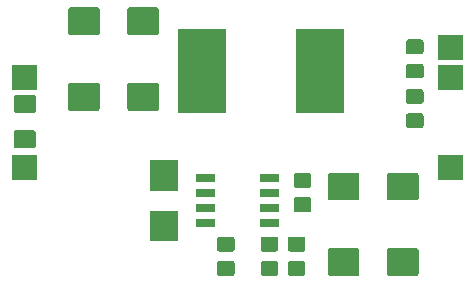
<source format=gbr>
G04 #@! TF.GenerationSoftware,KiCad,Pcbnew,5.0.2-bee76a0~70~ubuntu18.04.1*
G04 #@! TF.CreationDate,2019-06-05T16:51:15+03:00*
G04 #@! TF.ProjectId,mini_DCDC,6d696e69-5f44-4434-9443-2e6b69636164,rev?*
G04 #@! TF.SameCoordinates,Original*
G04 #@! TF.FileFunction,Soldermask,Top*
G04 #@! TF.FilePolarity,Negative*
%FSLAX46Y46*%
G04 Gerber Fmt 4.6, Leading zero omitted, Abs format (unit mm)*
G04 Created by KiCad (PCBNEW 5.0.2-bee76a0~70~ubuntu18.04.1) date Ср 05 июн 2019 16:51:15*
%MOMM*%
%LPD*%
G01*
G04 APERTURE LIST*
%ADD10C,0.200000*%
G04 APERTURE END LIST*
D10*
G36*
X85193786Y-96027746D02*
X85224461Y-96037051D01*
X85252732Y-96052163D01*
X85277506Y-96072494D01*
X85297837Y-96097268D01*
X85312949Y-96125539D01*
X85322254Y-96156214D01*
X85326000Y-96194250D01*
X85326000Y-98205750D01*
X85322254Y-98243786D01*
X85312949Y-98274461D01*
X85297837Y-98302732D01*
X85277506Y-98327506D01*
X85252732Y-98347837D01*
X85224461Y-98362949D01*
X85193786Y-98372254D01*
X85155750Y-98376000D01*
X82844250Y-98376000D01*
X82806214Y-98372254D01*
X82775539Y-98362949D01*
X82747268Y-98347837D01*
X82722494Y-98327506D01*
X82702163Y-98302732D01*
X82687051Y-98274461D01*
X82677746Y-98243786D01*
X82674000Y-98205750D01*
X82674000Y-96194250D01*
X82677746Y-96156214D01*
X82687051Y-96125539D01*
X82702163Y-96097268D01*
X82722494Y-96072494D01*
X82747268Y-96052163D01*
X82775539Y-96037051D01*
X82806214Y-96027746D01*
X82844250Y-96024000D01*
X85155750Y-96024000D01*
X85193786Y-96027746D01*
X85193786Y-96027746D01*
G37*
G36*
X80193786Y-96027746D02*
X80224461Y-96037051D01*
X80252732Y-96052163D01*
X80277506Y-96072494D01*
X80297837Y-96097268D01*
X80312949Y-96125539D01*
X80322254Y-96156214D01*
X80326000Y-96194250D01*
X80326000Y-98205750D01*
X80322254Y-98243786D01*
X80312949Y-98274461D01*
X80297837Y-98302732D01*
X80277506Y-98327506D01*
X80252732Y-98347837D01*
X80224461Y-98362949D01*
X80193786Y-98372254D01*
X80155750Y-98376000D01*
X77844250Y-98376000D01*
X77806214Y-98372254D01*
X77775539Y-98362949D01*
X77747268Y-98347837D01*
X77722494Y-98327506D01*
X77702163Y-98302732D01*
X77687051Y-98274461D01*
X77677746Y-98243786D01*
X77674000Y-98205750D01*
X77674000Y-96194250D01*
X77677746Y-96156214D01*
X77687051Y-96125539D01*
X77702163Y-96097268D01*
X77722494Y-96072494D01*
X77747268Y-96052163D01*
X77775539Y-96037051D01*
X77806214Y-96027746D01*
X77844250Y-96024000D01*
X80155750Y-96024000D01*
X80193786Y-96027746D01*
X80193786Y-96027746D01*
G37*
G36*
X73288677Y-97103465D02*
X73326364Y-97114898D01*
X73361103Y-97133466D01*
X73391548Y-97158452D01*
X73416534Y-97188897D01*
X73435102Y-97223636D01*
X73446535Y-97261323D01*
X73451000Y-97306661D01*
X73451000Y-98143339D01*
X73446535Y-98188677D01*
X73435102Y-98226364D01*
X73416534Y-98261103D01*
X73391548Y-98291548D01*
X73361103Y-98316534D01*
X73326364Y-98335102D01*
X73288677Y-98346535D01*
X73243339Y-98351000D01*
X72156661Y-98351000D01*
X72111323Y-98346535D01*
X72073636Y-98335102D01*
X72038897Y-98316534D01*
X72008452Y-98291548D01*
X71983466Y-98261103D01*
X71964898Y-98226364D01*
X71953465Y-98188677D01*
X71949000Y-98143339D01*
X71949000Y-97306661D01*
X71953465Y-97261323D01*
X71964898Y-97223636D01*
X71983466Y-97188897D01*
X72008452Y-97158452D01*
X72038897Y-97133466D01*
X72073636Y-97114898D01*
X72111323Y-97103465D01*
X72156661Y-97099000D01*
X73243339Y-97099000D01*
X73288677Y-97103465D01*
X73288677Y-97103465D01*
G37*
G36*
X69588677Y-97103465D02*
X69626364Y-97114898D01*
X69661103Y-97133466D01*
X69691548Y-97158452D01*
X69716534Y-97188897D01*
X69735102Y-97223636D01*
X69746535Y-97261323D01*
X69751000Y-97306661D01*
X69751000Y-98143339D01*
X69746535Y-98188677D01*
X69735102Y-98226364D01*
X69716534Y-98261103D01*
X69691548Y-98291548D01*
X69661103Y-98316534D01*
X69626364Y-98335102D01*
X69588677Y-98346535D01*
X69543339Y-98351000D01*
X68456661Y-98351000D01*
X68411323Y-98346535D01*
X68373636Y-98335102D01*
X68338897Y-98316534D01*
X68308452Y-98291548D01*
X68283466Y-98261103D01*
X68264898Y-98226364D01*
X68253465Y-98188677D01*
X68249000Y-98143339D01*
X68249000Y-97306661D01*
X68253465Y-97261323D01*
X68264898Y-97223636D01*
X68283466Y-97188897D01*
X68308452Y-97158452D01*
X68338897Y-97133466D01*
X68373636Y-97114898D01*
X68411323Y-97103465D01*
X68456661Y-97099000D01*
X69543339Y-97099000D01*
X69588677Y-97103465D01*
X69588677Y-97103465D01*
G37*
G36*
X75588677Y-97103465D02*
X75626364Y-97114898D01*
X75661103Y-97133466D01*
X75691548Y-97158452D01*
X75716534Y-97188897D01*
X75735102Y-97223636D01*
X75746535Y-97261323D01*
X75751000Y-97306661D01*
X75751000Y-98143339D01*
X75746535Y-98188677D01*
X75735102Y-98226364D01*
X75716534Y-98261103D01*
X75691548Y-98291548D01*
X75661103Y-98316534D01*
X75626364Y-98335102D01*
X75588677Y-98346535D01*
X75543339Y-98351000D01*
X74456661Y-98351000D01*
X74411323Y-98346535D01*
X74373636Y-98335102D01*
X74338897Y-98316534D01*
X74308452Y-98291548D01*
X74283466Y-98261103D01*
X74264898Y-98226364D01*
X74253465Y-98188677D01*
X74249000Y-98143339D01*
X74249000Y-97306661D01*
X74253465Y-97261323D01*
X74264898Y-97223636D01*
X74283466Y-97188897D01*
X74308452Y-97158452D01*
X74338897Y-97133466D01*
X74373636Y-97114898D01*
X74411323Y-97103465D01*
X74456661Y-97099000D01*
X75543339Y-97099000D01*
X75588677Y-97103465D01*
X75588677Y-97103465D01*
G37*
G36*
X69588677Y-95053465D02*
X69626364Y-95064898D01*
X69661103Y-95083466D01*
X69691548Y-95108452D01*
X69716534Y-95138897D01*
X69735102Y-95173636D01*
X69746535Y-95211323D01*
X69751000Y-95256661D01*
X69751000Y-96093339D01*
X69746535Y-96138677D01*
X69735102Y-96176364D01*
X69716534Y-96211103D01*
X69691548Y-96241548D01*
X69661103Y-96266534D01*
X69626364Y-96285102D01*
X69588677Y-96296535D01*
X69543339Y-96301000D01*
X68456661Y-96301000D01*
X68411323Y-96296535D01*
X68373636Y-96285102D01*
X68338897Y-96266534D01*
X68308452Y-96241548D01*
X68283466Y-96211103D01*
X68264898Y-96176364D01*
X68253465Y-96138677D01*
X68249000Y-96093339D01*
X68249000Y-95256661D01*
X68253465Y-95211323D01*
X68264898Y-95173636D01*
X68283466Y-95138897D01*
X68308452Y-95108452D01*
X68338897Y-95083466D01*
X68373636Y-95064898D01*
X68411323Y-95053465D01*
X68456661Y-95049000D01*
X69543339Y-95049000D01*
X69588677Y-95053465D01*
X69588677Y-95053465D01*
G37*
G36*
X73288677Y-95053465D02*
X73326364Y-95064898D01*
X73361103Y-95083466D01*
X73391548Y-95108452D01*
X73416534Y-95138897D01*
X73435102Y-95173636D01*
X73446535Y-95211323D01*
X73451000Y-95256661D01*
X73451000Y-96093339D01*
X73446535Y-96138677D01*
X73435102Y-96176364D01*
X73416534Y-96211103D01*
X73391548Y-96241548D01*
X73361103Y-96266534D01*
X73326364Y-96285102D01*
X73288677Y-96296535D01*
X73243339Y-96301000D01*
X72156661Y-96301000D01*
X72111323Y-96296535D01*
X72073636Y-96285102D01*
X72038897Y-96266534D01*
X72008452Y-96241548D01*
X71983466Y-96211103D01*
X71964898Y-96176364D01*
X71953465Y-96138677D01*
X71949000Y-96093339D01*
X71949000Y-95256661D01*
X71953465Y-95211323D01*
X71964898Y-95173636D01*
X71983466Y-95138897D01*
X72008452Y-95108452D01*
X72038897Y-95083466D01*
X72073636Y-95064898D01*
X72111323Y-95053465D01*
X72156661Y-95049000D01*
X73243339Y-95049000D01*
X73288677Y-95053465D01*
X73288677Y-95053465D01*
G37*
G36*
X75588677Y-95053465D02*
X75626364Y-95064898D01*
X75661103Y-95083466D01*
X75691548Y-95108452D01*
X75716534Y-95138897D01*
X75735102Y-95173636D01*
X75746535Y-95211323D01*
X75751000Y-95256661D01*
X75751000Y-96093339D01*
X75746535Y-96138677D01*
X75735102Y-96176364D01*
X75716534Y-96211103D01*
X75691548Y-96241548D01*
X75661103Y-96266534D01*
X75626364Y-96285102D01*
X75588677Y-96296535D01*
X75543339Y-96301000D01*
X74456661Y-96301000D01*
X74411323Y-96296535D01*
X74373636Y-96285102D01*
X74338897Y-96266534D01*
X74308452Y-96241548D01*
X74283466Y-96211103D01*
X74264898Y-96176364D01*
X74253465Y-96138677D01*
X74249000Y-96093339D01*
X74249000Y-95256661D01*
X74253465Y-95211323D01*
X74264898Y-95173636D01*
X74283466Y-95138897D01*
X74308452Y-95108452D01*
X74338897Y-95083466D01*
X74373636Y-95064898D01*
X74411323Y-95053465D01*
X74456661Y-95049000D01*
X75543339Y-95049000D01*
X75588677Y-95053465D01*
X75588677Y-95053465D01*
G37*
G36*
X65001000Y-95451000D02*
X62599000Y-95451000D01*
X62599000Y-92849000D01*
X65001000Y-92849000D01*
X65001000Y-95451000D01*
X65001000Y-95451000D01*
G37*
G36*
X68126000Y-94256000D02*
X66474000Y-94256000D01*
X66474000Y-93554000D01*
X68126000Y-93554000D01*
X68126000Y-94256000D01*
X68126000Y-94256000D01*
G37*
G36*
X73526000Y-94256000D02*
X71874000Y-94256000D01*
X71874000Y-93554000D01*
X73526000Y-93554000D01*
X73526000Y-94256000D01*
X73526000Y-94256000D01*
G37*
G36*
X68126000Y-92986000D02*
X66474000Y-92986000D01*
X66474000Y-92284000D01*
X68126000Y-92284000D01*
X68126000Y-92986000D01*
X68126000Y-92986000D01*
G37*
G36*
X73526000Y-92986000D02*
X71874000Y-92986000D01*
X71874000Y-92284000D01*
X73526000Y-92284000D01*
X73526000Y-92986000D01*
X73526000Y-92986000D01*
G37*
G36*
X76088677Y-91703465D02*
X76126364Y-91714898D01*
X76161103Y-91733466D01*
X76191548Y-91758452D01*
X76216534Y-91788897D01*
X76235102Y-91823636D01*
X76246535Y-91861323D01*
X76251000Y-91906661D01*
X76251000Y-92743339D01*
X76246535Y-92788677D01*
X76235102Y-92826364D01*
X76216534Y-92861103D01*
X76191548Y-92891548D01*
X76161103Y-92916534D01*
X76126364Y-92935102D01*
X76088677Y-92946535D01*
X76043339Y-92951000D01*
X74956661Y-92951000D01*
X74911323Y-92946535D01*
X74873636Y-92935102D01*
X74838897Y-92916534D01*
X74808452Y-92891548D01*
X74783466Y-92861103D01*
X74764898Y-92826364D01*
X74753465Y-92788677D01*
X74749000Y-92743339D01*
X74749000Y-91906661D01*
X74753465Y-91861323D01*
X74764898Y-91823636D01*
X74783466Y-91788897D01*
X74808452Y-91758452D01*
X74838897Y-91733466D01*
X74873636Y-91714898D01*
X74911323Y-91703465D01*
X74956661Y-91699000D01*
X76043339Y-91699000D01*
X76088677Y-91703465D01*
X76088677Y-91703465D01*
G37*
G36*
X85193786Y-89627746D02*
X85224461Y-89637051D01*
X85252732Y-89652163D01*
X85277506Y-89672494D01*
X85297837Y-89697268D01*
X85312949Y-89725539D01*
X85322254Y-89756214D01*
X85326000Y-89794250D01*
X85326000Y-91805750D01*
X85322254Y-91843786D01*
X85312949Y-91874461D01*
X85297837Y-91902732D01*
X85277506Y-91927506D01*
X85252732Y-91947837D01*
X85224461Y-91962949D01*
X85193786Y-91972254D01*
X85155750Y-91976000D01*
X82844250Y-91976000D01*
X82806214Y-91972254D01*
X82775539Y-91962949D01*
X82747268Y-91947837D01*
X82722494Y-91927506D01*
X82702163Y-91902732D01*
X82687051Y-91874461D01*
X82677746Y-91843786D01*
X82674000Y-91805750D01*
X82674000Y-89794250D01*
X82677746Y-89756214D01*
X82687051Y-89725539D01*
X82702163Y-89697268D01*
X82722494Y-89672494D01*
X82747268Y-89652163D01*
X82775539Y-89637051D01*
X82806214Y-89627746D01*
X82844250Y-89624000D01*
X85155750Y-89624000D01*
X85193786Y-89627746D01*
X85193786Y-89627746D01*
G37*
G36*
X80193786Y-89627746D02*
X80224461Y-89637051D01*
X80252732Y-89652163D01*
X80277506Y-89672494D01*
X80297837Y-89697268D01*
X80312949Y-89725539D01*
X80322254Y-89756214D01*
X80326000Y-89794250D01*
X80326000Y-91805750D01*
X80322254Y-91843786D01*
X80312949Y-91874461D01*
X80297837Y-91902732D01*
X80277506Y-91927506D01*
X80252732Y-91947837D01*
X80224461Y-91962949D01*
X80193786Y-91972254D01*
X80155750Y-91976000D01*
X77844250Y-91976000D01*
X77806214Y-91972254D01*
X77775539Y-91962949D01*
X77747268Y-91947837D01*
X77722494Y-91927506D01*
X77702163Y-91902732D01*
X77687051Y-91874461D01*
X77677746Y-91843786D01*
X77674000Y-91805750D01*
X77674000Y-89794250D01*
X77677746Y-89756214D01*
X77687051Y-89725539D01*
X77702163Y-89697268D01*
X77722494Y-89672494D01*
X77747268Y-89652163D01*
X77775539Y-89637051D01*
X77806214Y-89627746D01*
X77844250Y-89624000D01*
X80155750Y-89624000D01*
X80193786Y-89627746D01*
X80193786Y-89627746D01*
G37*
G36*
X68126000Y-91716000D02*
X66474000Y-91716000D01*
X66474000Y-91014000D01*
X68126000Y-91014000D01*
X68126000Y-91716000D01*
X68126000Y-91716000D01*
G37*
G36*
X73526000Y-91716000D02*
X71874000Y-91716000D01*
X71874000Y-91014000D01*
X73526000Y-91014000D01*
X73526000Y-91716000D01*
X73526000Y-91716000D01*
G37*
G36*
X65001000Y-91151000D02*
X62599000Y-91151000D01*
X62599000Y-88549000D01*
X65001000Y-88549000D01*
X65001000Y-91151000D01*
X65001000Y-91151000D01*
G37*
G36*
X76088677Y-89653465D02*
X76126364Y-89664898D01*
X76161103Y-89683466D01*
X76191548Y-89708452D01*
X76216534Y-89738897D01*
X76235102Y-89773636D01*
X76246535Y-89811323D01*
X76251000Y-89856661D01*
X76251000Y-90693339D01*
X76246535Y-90738677D01*
X76235102Y-90776364D01*
X76216534Y-90811103D01*
X76191548Y-90841548D01*
X76161103Y-90866534D01*
X76126364Y-90885102D01*
X76088677Y-90896535D01*
X76043339Y-90901000D01*
X74956661Y-90901000D01*
X74911323Y-90896535D01*
X74873636Y-90885102D01*
X74838897Y-90866534D01*
X74808452Y-90841548D01*
X74783466Y-90811103D01*
X74764898Y-90776364D01*
X74753465Y-90738677D01*
X74749000Y-90693339D01*
X74749000Y-89856661D01*
X74753465Y-89811323D01*
X74764898Y-89773636D01*
X74783466Y-89738897D01*
X74808452Y-89708452D01*
X74838897Y-89683466D01*
X74873636Y-89664898D01*
X74911323Y-89653465D01*
X74956661Y-89649000D01*
X76043339Y-89649000D01*
X76088677Y-89653465D01*
X76088677Y-89653465D01*
G37*
G36*
X73526000Y-90446000D02*
X71874000Y-90446000D01*
X71874000Y-89744000D01*
X73526000Y-89744000D01*
X73526000Y-90446000D01*
X73526000Y-90446000D01*
G37*
G36*
X68126000Y-90446000D02*
X66474000Y-90446000D01*
X66474000Y-89744000D01*
X68126000Y-89744000D01*
X68126000Y-90446000D01*
X68126000Y-90446000D01*
G37*
G36*
X53051000Y-90211000D02*
X50949000Y-90211000D01*
X50949000Y-88109000D01*
X53051000Y-88109000D01*
X53051000Y-90211000D01*
X53051000Y-90211000D01*
G37*
G36*
X89051000Y-90211000D02*
X86949000Y-90211000D01*
X86949000Y-88109000D01*
X89051000Y-88109000D01*
X89051000Y-90211000D01*
X89051000Y-90211000D01*
G37*
G36*
X52775562Y-86028181D02*
X52810477Y-86038773D01*
X52842665Y-86055978D01*
X52870873Y-86079127D01*
X52894022Y-86107335D01*
X52911227Y-86139523D01*
X52921819Y-86174438D01*
X52926000Y-86216895D01*
X52926000Y-87358105D01*
X52921819Y-87400562D01*
X52911227Y-87435477D01*
X52894022Y-87467665D01*
X52870873Y-87495873D01*
X52842665Y-87519022D01*
X52810477Y-87536227D01*
X52775562Y-87546819D01*
X52733105Y-87551000D01*
X51266895Y-87551000D01*
X51224438Y-87546819D01*
X51189523Y-87536227D01*
X51157335Y-87519022D01*
X51129127Y-87495873D01*
X51105978Y-87467665D01*
X51088773Y-87435477D01*
X51078181Y-87400562D01*
X51074000Y-87358105D01*
X51074000Y-86216895D01*
X51078181Y-86174438D01*
X51088773Y-86139523D01*
X51105978Y-86107335D01*
X51129127Y-86079127D01*
X51157335Y-86055978D01*
X51189523Y-86038773D01*
X51224438Y-86028181D01*
X51266895Y-86024000D01*
X52733105Y-86024000D01*
X52775562Y-86028181D01*
X52775562Y-86028181D01*
G37*
G36*
X85588677Y-84603465D02*
X85626364Y-84614898D01*
X85661103Y-84633466D01*
X85691548Y-84658452D01*
X85716534Y-84688897D01*
X85735102Y-84723636D01*
X85746535Y-84761323D01*
X85751000Y-84806661D01*
X85751000Y-85643339D01*
X85746535Y-85688677D01*
X85735102Y-85726364D01*
X85716534Y-85761103D01*
X85691548Y-85791548D01*
X85661103Y-85816534D01*
X85626364Y-85835102D01*
X85588677Y-85846535D01*
X85543339Y-85851000D01*
X84456661Y-85851000D01*
X84411323Y-85846535D01*
X84373636Y-85835102D01*
X84338897Y-85816534D01*
X84308452Y-85791548D01*
X84283466Y-85761103D01*
X84264898Y-85726364D01*
X84253465Y-85688677D01*
X84249000Y-85643339D01*
X84249000Y-84806661D01*
X84253465Y-84761323D01*
X84264898Y-84723636D01*
X84283466Y-84688897D01*
X84308452Y-84658452D01*
X84338897Y-84633466D01*
X84373636Y-84614898D01*
X84411323Y-84603465D01*
X84456661Y-84599000D01*
X85543339Y-84599000D01*
X85588677Y-84603465D01*
X85588677Y-84603465D01*
G37*
G36*
X52775562Y-83053181D02*
X52810477Y-83063773D01*
X52842665Y-83080978D01*
X52870873Y-83104127D01*
X52894022Y-83132335D01*
X52911227Y-83164523D01*
X52921819Y-83199438D01*
X52926000Y-83241895D01*
X52926000Y-84383105D01*
X52921819Y-84425562D01*
X52911227Y-84460477D01*
X52894022Y-84492665D01*
X52870873Y-84520873D01*
X52842665Y-84544022D01*
X52810477Y-84561227D01*
X52775562Y-84571819D01*
X52733105Y-84576000D01*
X51266895Y-84576000D01*
X51224438Y-84571819D01*
X51189523Y-84561227D01*
X51157335Y-84544022D01*
X51129127Y-84520873D01*
X51105978Y-84492665D01*
X51088773Y-84460477D01*
X51078181Y-84425562D01*
X51074000Y-84383105D01*
X51074000Y-83241895D01*
X51078181Y-83199438D01*
X51088773Y-83164523D01*
X51105978Y-83132335D01*
X51129127Y-83104127D01*
X51157335Y-83080978D01*
X51189523Y-83063773D01*
X51224438Y-83053181D01*
X51266895Y-83049000D01*
X52733105Y-83049000D01*
X52775562Y-83053181D01*
X52775562Y-83053181D01*
G37*
G36*
X79050000Y-84550000D02*
X74950000Y-84550000D01*
X74950000Y-77450000D01*
X79050000Y-77450000D01*
X79050000Y-84550000D01*
X79050000Y-84550000D01*
G37*
G36*
X69050000Y-84550000D02*
X64950000Y-84550000D01*
X64950000Y-77450000D01*
X69050000Y-77450000D01*
X69050000Y-84550000D01*
X69050000Y-84550000D01*
G37*
G36*
X58193786Y-82027746D02*
X58224461Y-82037051D01*
X58252732Y-82052163D01*
X58277506Y-82072494D01*
X58297837Y-82097268D01*
X58312949Y-82125539D01*
X58322254Y-82156214D01*
X58326000Y-82194250D01*
X58326000Y-84205750D01*
X58322254Y-84243786D01*
X58312949Y-84274461D01*
X58297837Y-84302732D01*
X58277506Y-84327506D01*
X58252732Y-84347837D01*
X58224461Y-84362949D01*
X58193786Y-84372254D01*
X58155750Y-84376000D01*
X55844250Y-84376000D01*
X55806214Y-84372254D01*
X55775539Y-84362949D01*
X55747268Y-84347837D01*
X55722494Y-84327506D01*
X55702163Y-84302732D01*
X55687051Y-84274461D01*
X55677746Y-84243786D01*
X55674000Y-84205750D01*
X55674000Y-82194250D01*
X55677746Y-82156214D01*
X55687051Y-82125539D01*
X55702163Y-82097268D01*
X55722494Y-82072494D01*
X55747268Y-82052163D01*
X55775539Y-82037051D01*
X55806214Y-82027746D01*
X55844250Y-82024000D01*
X58155750Y-82024000D01*
X58193786Y-82027746D01*
X58193786Y-82027746D01*
G37*
G36*
X63193786Y-82027746D02*
X63224461Y-82037051D01*
X63252732Y-82052163D01*
X63277506Y-82072494D01*
X63297837Y-82097268D01*
X63312949Y-82125539D01*
X63322254Y-82156214D01*
X63326000Y-82194250D01*
X63326000Y-84205750D01*
X63322254Y-84243786D01*
X63312949Y-84274461D01*
X63297837Y-84302732D01*
X63277506Y-84327506D01*
X63252732Y-84347837D01*
X63224461Y-84362949D01*
X63193786Y-84372254D01*
X63155750Y-84376000D01*
X60844250Y-84376000D01*
X60806214Y-84372254D01*
X60775539Y-84362949D01*
X60747268Y-84347837D01*
X60722494Y-84327506D01*
X60702163Y-84302732D01*
X60687051Y-84274461D01*
X60677746Y-84243786D01*
X60674000Y-84205750D01*
X60674000Y-82194250D01*
X60677746Y-82156214D01*
X60687051Y-82125539D01*
X60702163Y-82097268D01*
X60722494Y-82072494D01*
X60747268Y-82052163D01*
X60775539Y-82037051D01*
X60806214Y-82027746D01*
X60844250Y-82024000D01*
X63155750Y-82024000D01*
X63193786Y-82027746D01*
X63193786Y-82027746D01*
G37*
G36*
X85588677Y-82553465D02*
X85626364Y-82564898D01*
X85661103Y-82583466D01*
X85691548Y-82608452D01*
X85716534Y-82638897D01*
X85735102Y-82673636D01*
X85746535Y-82711323D01*
X85751000Y-82756661D01*
X85751000Y-83593339D01*
X85746535Y-83638677D01*
X85735102Y-83676364D01*
X85716534Y-83711103D01*
X85691548Y-83741548D01*
X85661103Y-83766534D01*
X85626364Y-83785102D01*
X85588677Y-83796535D01*
X85543339Y-83801000D01*
X84456661Y-83801000D01*
X84411323Y-83796535D01*
X84373636Y-83785102D01*
X84338897Y-83766534D01*
X84308452Y-83741548D01*
X84283466Y-83711103D01*
X84264898Y-83676364D01*
X84253465Y-83638677D01*
X84249000Y-83593339D01*
X84249000Y-82756661D01*
X84253465Y-82711323D01*
X84264898Y-82673636D01*
X84283466Y-82638897D01*
X84308452Y-82608452D01*
X84338897Y-82583466D01*
X84373636Y-82564898D01*
X84411323Y-82553465D01*
X84456661Y-82549000D01*
X85543339Y-82549000D01*
X85588677Y-82553465D01*
X85588677Y-82553465D01*
G37*
G36*
X89051000Y-82591000D02*
X86949000Y-82591000D01*
X86949000Y-80489000D01*
X89051000Y-80489000D01*
X89051000Y-82591000D01*
X89051000Y-82591000D01*
G37*
G36*
X53051000Y-82591000D02*
X50949000Y-82591000D01*
X50949000Y-80489000D01*
X53051000Y-80489000D01*
X53051000Y-82591000D01*
X53051000Y-82591000D01*
G37*
G36*
X85588677Y-80403465D02*
X85626364Y-80414898D01*
X85661103Y-80433466D01*
X85691548Y-80458452D01*
X85716534Y-80488897D01*
X85735102Y-80523636D01*
X85746535Y-80561323D01*
X85751000Y-80606661D01*
X85751000Y-81443339D01*
X85746535Y-81488677D01*
X85735102Y-81526364D01*
X85716534Y-81561103D01*
X85691548Y-81591548D01*
X85661103Y-81616534D01*
X85626364Y-81635102D01*
X85588677Y-81646535D01*
X85543339Y-81651000D01*
X84456661Y-81651000D01*
X84411323Y-81646535D01*
X84373636Y-81635102D01*
X84338897Y-81616534D01*
X84308452Y-81591548D01*
X84283466Y-81561103D01*
X84264898Y-81526364D01*
X84253465Y-81488677D01*
X84249000Y-81443339D01*
X84249000Y-80606661D01*
X84253465Y-80561323D01*
X84264898Y-80523636D01*
X84283466Y-80488897D01*
X84308452Y-80458452D01*
X84338897Y-80433466D01*
X84373636Y-80414898D01*
X84411323Y-80403465D01*
X84456661Y-80399000D01*
X85543339Y-80399000D01*
X85588677Y-80403465D01*
X85588677Y-80403465D01*
G37*
G36*
X89051000Y-80051000D02*
X86949000Y-80051000D01*
X86949000Y-77949000D01*
X89051000Y-77949000D01*
X89051000Y-80051000D01*
X89051000Y-80051000D01*
G37*
G36*
X85588677Y-78353465D02*
X85626364Y-78364898D01*
X85661103Y-78383466D01*
X85691548Y-78408452D01*
X85716534Y-78438897D01*
X85735102Y-78473636D01*
X85746535Y-78511323D01*
X85751000Y-78556661D01*
X85751000Y-79393339D01*
X85746535Y-79438677D01*
X85735102Y-79476364D01*
X85716534Y-79511103D01*
X85691548Y-79541548D01*
X85661103Y-79566534D01*
X85626364Y-79585102D01*
X85588677Y-79596535D01*
X85543339Y-79601000D01*
X84456661Y-79601000D01*
X84411323Y-79596535D01*
X84373636Y-79585102D01*
X84338897Y-79566534D01*
X84308452Y-79541548D01*
X84283466Y-79511103D01*
X84264898Y-79476364D01*
X84253465Y-79438677D01*
X84249000Y-79393339D01*
X84249000Y-78556661D01*
X84253465Y-78511323D01*
X84264898Y-78473636D01*
X84283466Y-78438897D01*
X84308452Y-78408452D01*
X84338897Y-78383466D01*
X84373636Y-78364898D01*
X84411323Y-78353465D01*
X84456661Y-78349000D01*
X85543339Y-78349000D01*
X85588677Y-78353465D01*
X85588677Y-78353465D01*
G37*
G36*
X63193786Y-75627746D02*
X63224461Y-75637051D01*
X63252732Y-75652163D01*
X63277506Y-75672494D01*
X63297837Y-75697268D01*
X63312949Y-75725539D01*
X63322254Y-75756214D01*
X63326000Y-75794250D01*
X63326000Y-77805750D01*
X63322254Y-77843786D01*
X63312949Y-77874461D01*
X63297837Y-77902732D01*
X63277506Y-77927506D01*
X63252732Y-77947837D01*
X63224461Y-77962949D01*
X63193786Y-77972254D01*
X63155750Y-77976000D01*
X60844250Y-77976000D01*
X60806214Y-77972254D01*
X60775539Y-77962949D01*
X60747268Y-77947837D01*
X60722494Y-77927506D01*
X60702163Y-77902732D01*
X60687051Y-77874461D01*
X60677746Y-77843786D01*
X60674000Y-77805750D01*
X60674000Y-75794250D01*
X60677746Y-75756214D01*
X60687051Y-75725539D01*
X60702163Y-75697268D01*
X60722494Y-75672494D01*
X60747268Y-75652163D01*
X60775539Y-75637051D01*
X60806214Y-75627746D01*
X60844250Y-75624000D01*
X63155750Y-75624000D01*
X63193786Y-75627746D01*
X63193786Y-75627746D01*
G37*
G36*
X58193786Y-75627746D02*
X58224461Y-75637051D01*
X58252732Y-75652163D01*
X58277506Y-75672494D01*
X58297837Y-75697268D01*
X58312949Y-75725539D01*
X58322254Y-75756214D01*
X58326000Y-75794250D01*
X58326000Y-77805750D01*
X58322254Y-77843786D01*
X58312949Y-77874461D01*
X58297837Y-77902732D01*
X58277506Y-77927506D01*
X58252732Y-77947837D01*
X58224461Y-77962949D01*
X58193786Y-77972254D01*
X58155750Y-77976000D01*
X55844250Y-77976000D01*
X55806214Y-77972254D01*
X55775539Y-77962949D01*
X55747268Y-77947837D01*
X55722494Y-77927506D01*
X55702163Y-77902732D01*
X55687051Y-77874461D01*
X55677746Y-77843786D01*
X55674000Y-77805750D01*
X55674000Y-75794250D01*
X55677746Y-75756214D01*
X55687051Y-75725539D01*
X55702163Y-75697268D01*
X55722494Y-75672494D01*
X55747268Y-75652163D01*
X55775539Y-75637051D01*
X55806214Y-75627746D01*
X55844250Y-75624000D01*
X58155750Y-75624000D01*
X58193786Y-75627746D01*
X58193786Y-75627746D01*
G37*
M02*

</source>
